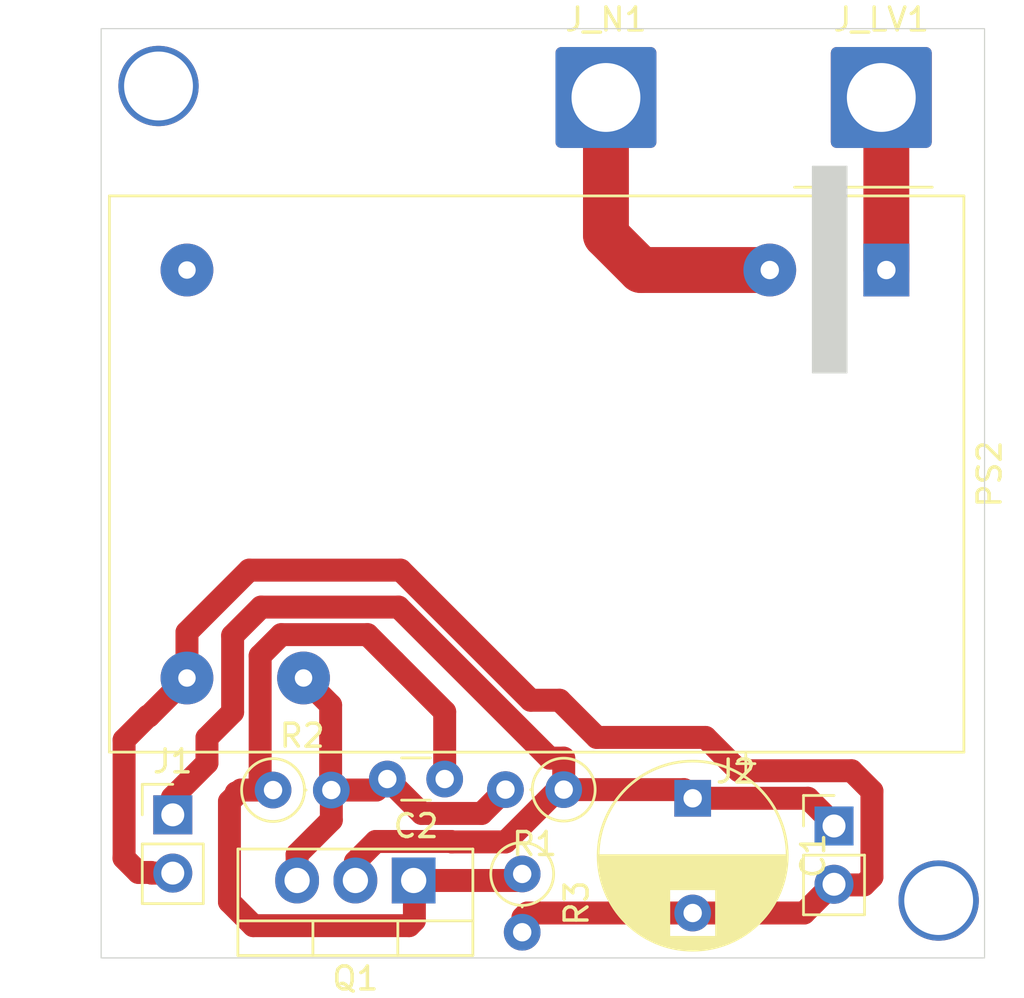
<source format=kicad_pcb>
(kicad_pcb (version 20240108) (generator "pcbnew") (generator_version "8.0")
  (layers (0 "F.Cu" signal) (31 "B.Cu" signal) (34 "B.Paste" user) (35 "F.Paste" user) (36 "B.SilkS" user "B.Silkscreen") (37 "F.SilkS" user "F.Silkscreen") (38 "B.Mask" user) (39 "F.Mask" user) (44 "Edge.Cuts" user))
  (net 0 "")
  (net 1 "Net-(J1-Pin_2)")
  (net 2 "Net-(J1-Pin_1)")
  (net 3 "Net-(J_LV1-Pin_1)")
  (net 4 "Net-(J_N1-Pin_1)")
  (net 6 "Net-(PS2-+Vo)")
  (net 7 "Net-(Q1-G)")
  (footprint "Connector_PinHeader_2.54mm:PinHeader_1x02_P2.54mm_Vertical" (layer "F.Cu") (at 31.94 34.75)
    (property "Reference" "J2" (at -4.28 -2.375 0) (layer "F.SilkS"))
    (property "Value" "Conn_01x02_Socket")
    (fp_line (start -1.33 -1.33) (end 0 -1.33) (stroke (width 0.12)) (layer "F.SilkS"))
    (fp_line (start -1.33 0) (end -1.33 -1.33) (stroke (width 0.12)) (layer "F.SilkS"))
    (fp_line (start -1.33 1.27) (end -1.33 3.87) (stroke (width 0.12)) (layer "F.SilkS"))
    (fp_line (start -1.33 1.27) (end 1.33 1.27) (stroke (width 0.12)) (layer "F.SilkS"))
    (fp_line (start -1.33 3.87) (end 1.33 3.87) (stroke (width 0.12)) (layer "F.SilkS"))
    (fp_line (start 1.33 1.27) (end 1.33 3.87) (stroke (width 0.12)) (layer "F.SilkS"))
    (pad "1" thru_hole rect (at 0 0) (size 1.7 1.7) (drill 1) (layers "*.Cu" "*.Mask" "In1.Cu" "In2.Cu" "In3.Cu" "In4.Cu" "In5.Cu" "In6.Cu" "In7.Cu" "In8.Cu" "In9.Cu" "In10.Cu" "In11.Cu" "In12.Cu" "In13.Cu" "In14.Cu" "In15.Cu" "In16.Cu" "In17.Cu" "In18.Cu" "In19.Cu" "In20.Cu" "In21.Cu" "In22.Cu" "In23.Cu" "In24.Cu" "In25.Cu" "In26.Cu" "In27.Cu" "In28.Cu" "In29.Cu" "In30.Cu") (net 2 "Net-(J1-Pin_1)"))
    (pad "2" thru_hole oval (at 0 2.54) (size 1.7 1.7) (drill 1) (layers "*.Cu" "*.Mask" "In1.Cu" "In2.Cu" "In3.Cu" "In4.Cu" "In5.Cu" "In6.Cu" "In7.Cu" "In8.Cu" "In9.Cu" "In10.Cu" "In11.Cu" "In12.Cu" "In13.Cu" "In14.Cu" "In15.Cu" "In16.Cu" "In17.Cu" "In18.Cu" "In19.Cu" "In20.Cu" "In21.Cu" "In22.Cu" "In23.Cu" "In24.Cu" "In25.Cu" "In26.Cu" "In27.Cu" "In28.Cu" "In29.Cu" "In30.Cu"))
  )
  (footprint "Connector_Wire:SolderWire-2.5sqmm_1x01_D2.4mm_OD4.4mm" (layer "F.Cu") (at 22 3)
    (property "Reference" "J_N1" (at 0 -3.4 0) (layer "F.SilkS"))
    (property "Value" "Conn_01x01_Pin")
    (pad "1" thru_hole roundrect (at 0 0) (size 4.4 4.4) (drill 3) (layers "*.Cu" "*.Mask" "In1.Cu" "In2.Cu" "In3.Cu" "In4.Cu" "In5.Cu" "In6.Cu" "In7.Cu" "In8.Cu" "In9.Cu" "In10.Cu" "In11.Cu" "In12.Cu" "In13.Cu" "In14.Cu" "In15.Cu" "In16.Cu" "In17.Cu" "In18.Cu" "In19.Cu" "In20.Cu" "In21.Cu" "In22.Cu" "In23.Cu" "In24.Cu" "In25.Cu" "In26.Cu" "In27.Cu" "In28.Cu" "In29.Cu" "In30.Cu") (roundrect_rratio 0.056818) (net 4 "Net-(J_N1-Pin_1)"))
  )
  (footprint "Converter_ACDC:Converter_ACDC_MeanWell_IRM-03-xx_THT" (layer "F.Cu") (at 34.22 10.52 -90)
    (property "Reference" "PS2" (at 8.89 -4.5 90) (layer "F.SilkS"))
    (property "Value" "IRM-03-5")
    (fp_line (start -3.23 33.86) (end 21.01 33.86) (stroke (width 0.12)) (layer "F.SilkS"))
    (fp_line (start -3.61 -2) (end -3.61 4) (stroke (width 0.12)) (layer "F.SilkS"))
    (fp_line (start -3.23 -3.38) (end -3.23 33.86) (stroke (width 0.12)) (layer "F.SilkS"))
    (fp_line (start 21.01 -3.38) (end 21.01 33.86) (stroke (width 0.12)) (layer "F.SilkS"))
    (fp_line (start 21.01 -3.38) (end -3.23 -3.38) (stroke (width 0.12)) (layer "F.SilkS"))
    (pad "1" thru_hole rect (at 0 0 270) (size 2.3 2) (drill 0.8) (layers "*.Cu" "*.Mask" "In1.Cu" "In2.Cu" "In3.Cu" "In4.Cu" "In5.Cu" "In6.Cu" "In7.Cu" "In8.Cu" "In9.Cu" "In10.Cu" "In11.Cu" "In12.Cu" "In13.Cu" "In14.Cu" "In15.Cu" "In16.Cu" "In17.Cu" "In18.Cu" "In19.Cu" "In20.Cu" "In21.Cu" "In22.Cu" "In23.Cu" "In24.Cu" "In25.Cu" "In26.Cu" "In27.Cu" "In28.Cu" "In29.Cu" "In30.Cu") (net 3 "Net-(J_LV1-Pin_1)"))
    (pad "3" thru_hole circle (at 0 5.08 270) (size 2.3 2.3) (drill 0.8) (layers "*.Cu" "*.Mask" "In1.Cu" "In2.Cu" "In3.Cu" "In4.Cu" "In5.Cu" "In6.Cu" "In7.Cu" "In8.Cu" "In9.Cu" "In10.Cu" "In11.Cu" "In12.Cu" "In13.Cu" "In14.Cu" "In15.Cu" "In16.Cu" "In17.Cu" "In18.Cu" "In19.Cu" "In20.Cu" "In21.Cu" "In22.Cu" "In23.Cu" "In24.Cu" "In25.Cu" "In26.Cu" "In27.Cu" "In28.Cu" "In29.Cu" "In30.Cu") (net 4 "Net-(J_N1-Pin_1)"))
    (pad "5" thru_hole circle (at 0 30.48 270) (size 2.3 2.3) (drill 0.76) (layers "*.Cu" "*.Mask" "In1.Cu" "In2.Cu" "In3.Cu" "In4.Cu" "In5.Cu" "In6.Cu" "In7.Cu" "In8.Cu" "In9.Cu" "In10.Cu" "In11.Cu" "In12.Cu" "In13.Cu" "In14.Cu" "In15.Cu" "In16.Cu" "In17.Cu" "In18.Cu" "In19.Cu" "In20.Cu" "In21.Cu" "In22.Cu" "In23.Cu" "In24.Cu" "In25.Cu" "In26.Cu" "In27.Cu" "In28.Cu" "In29.Cu" "In30.Cu"))
    (pad "14" thru_hole circle (at 17.78 30.48 270) (size 2.3 2.3) (drill 0.76) (layers "*.Cu" "*.Mask" "In1.Cu" "In2.Cu" "In3.Cu" "In4.Cu" "In5.Cu" "In6.Cu" "In7.Cu" "In8.Cu" "In9.Cu" "In10.Cu" "In11.Cu" "In12.Cu" "In13.Cu" "In14.Cu" "In15.Cu" "In16.Cu" "In17.Cu" "In18.Cu" "In19.Cu" "In20.Cu" "In21.Cu" "In22.Cu" "In23.Cu" "In24.Cu" "In25.Cu" "In26.Cu" "In27.Cu" "In28.Cu" "In29.Cu" "In30.Cu"))
    (pad "16" thru_hole circle (at 17.78 25.4 270) (size 2.3 2.3) (drill 0.76) (layers "*.Cu" "*.Mask" "In1.Cu" "In2.Cu" "In3.Cu" "In4.Cu" "In5.Cu" "In6.Cu" "In7.Cu" "In8.Cu" "In9.Cu" "In10.Cu" "In11.Cu" "In12.Cu" "In13.Cu" "In14.Cu" "In15.Cu" "In16.Cu" "In17.Cu" "In18.Cu" "In19.Cu" "In20.Cu" "In21.Cu" "In22.Cu" "In23.Cu" "In24.Cu" "In25.Cu" "In26.Cu" "In27.Cu" "In28.Cu" "In29.Cu" "In30.Cu") (net 6 "Net-(PS2-+Vo)"))
  )
  (footprint "Resistor_THT:R_Axial_DIN0207_L6.3mm_D2.5mm_P2.54mm_Vertical" (layer "F.Cu") (at 20.16 33.165 180)
    (property "Reference" "R1" (at 1.27 -2.37 360) (layer "F.SilkS"))
    (property "Value" "R1")
    (fp_line (start 1.37 0) (end 1.44 0) (stroke (width 0.12)) (layer "F.SilkS"))
    (fp_circle (center 0 0) (end 1.37 0) (stroke (width 0.12)) (fill none) (layer "F.SilkS"))
    (pad "1" thru_hole circle (at 0 0 180) (size 1.6 1.6) (drill 0.8) (layers "*.Cu" "*.Mask" "In1.Cu" "In2.Cu" "In3.Cu" "In4.Cu" "In5.Cu" "In6.Cu" "In7.Cu" "In8.Cu" "In9.Cu" "In10.Cu" "In11.Cu" "In12.Cu" "In13.Cu" "In14.Cu" "In15.Cu" "In16.Cu" "In17.Cu" "In18.Cu" "In19.Cu" "In20.Cu" "In21.Cu" "In22.Cu" "In23.Cu" "In24.Cu" "In25.Cu" "In26.Cu" "In27.Cu" "In28.Cu" "In29.Cu" "In30.Cu") (net 2 "Net-(J1-Pin_1)"))
    (pad "2" thru_hole oval (at 2.54 0 180) (size 1.6 1.6) (drill 0.8) (layers "*.Cu" "*.Mask" "In1.Cu" "In2.Cu" "In3.Cu" "In4.Cu" "In5.Cu" "In6.Cu" "In7.Cu" "In8.Cu" "In9.Cu" "In10.Cu" "In11.Cu" "In12.Cu" "In13.Cu" "In14.Cu" "In15.Cu" "In16.Cu" "In17.Cu" "In18.Cu" "In19.Cu" "In20.Cu" "In21.Cu" "In22.Cu" "In23.Cu" "In24.Cu" "In25.Cu" "In26.Cu" "In27.Cu" "In28.Cu" "In29.Cu" "In30.Cu") (net 6 "Net-(PS2-+Vo)"))
  )
  (footprint "Resistor_THT:R_Axial_DIN0207_L6.3mm_D2.5mm_P2.54mm_Vertical" (layer "F.Cu") (at 7.491326 33.183675)
    (property "Reference" "R2" (at 1.27 -2.37 0) (layer "F.SilkS"))
    (property "Value" "R150k")
    (fp_line (start 1.37 0) (end 1.44 0) (stroke (width 0.12)) (layer "F.SilkS"))
    (fp_circle (center 0 0) (end 1.37 0) (stroke (width 0.12)) (fill none) (layer "F.SilkS"))
    (pad "1" thru_hole circle (at 0 0) (size 1.6 1.6) (drill 0.8) (layers "*.Cu" "*.Mask" "In1.Cu" "In2.Cu" "In3.Cu" "In4.Cu" "In5.Cu" "In6.Cu" "In7.Cu" "In8.Cu" "In9.Cu" "In10.Cu" "In11.Cu" "In12.Cu" "In13.Cu" "In14.Cu" "In15.Cu" "In16.Cu" "In17.Cu" "In18.Cu" "In19.Cu" "In20.Cu" "In21.Cu" "In22.Cu" "In23.Cu" "In24.Cu" "In25.Cu" "In26.Cu" "In27.Cu" "In28.Cu" "In29.Cu" "In30.Cu") (net 7 "Net-(Q1-G)"))
    (pad "2" thru_hole oval (at 2.54 0) (size 1.6 1.6) (drill 0.8) (layers "*.Cu" "*.Mask" "In1.Cu" "In2.Cu" "In3.Cu" "In4.Cu" "In5.Cu" "In6.Cu" "In7.Cu" "In8.Cu" "In9.Cu" "In10.Cu" "In11.Cu" "In12.Cu" "In13.Cu" "In14.Cu" "In15.Cu" "In16.Cu" "In17.Cu" "In18.Cu" "In19.Cu" "In20.Cu" "In21.Cu" "In22.Cu" "In23.Cu" "In24.Cu" "In25.Cu" "In26.Cu" "In27.Cu" "In28.Cu" "In29.Cu" "In30.Cu") (net 6 "Net-(PS2-+Vo)"))
  )
  (footprint "Connector_PinHeader_2.54mm:PinHeader_1x02_P2.54mm_Vertical" (layer "F.Cu") (at 3.121326 34.263675)
    (property "Reference" "J1" (at 0 -2.33 360) (layer "F.SilkS"))
    (property "Value" "Conn_01x02_Socket")
    (fp_line (start -1.33 -1.33) (end 0 -1.33) (stroke (width 0.12)) (layer "F.SilkS"))
    (fp_line (start -1.33 0) (end -1.33 -1.33) (stroke (width 0.12)) (layer "F.SilkS"))
    (fp_line (start -1.33 1.27) (end -1.33 3.87) (stroke (width 0.12)) (layer "F.SilkS"))
    (fp_line (start -1.33 1.27) (end 1.33 1.27) (stroke (width 0.12)) (layer "F.SilkS"))
    (fp_line (start -1.33 3.87) (end 1.33 3.87) (stroke (width 0.12)) (layer "F.SilkS"))
    (fp_line (start 1.33 1.27) (end 1.33 3.87) (stroke (width 0.12)) (layer "F.SilkS"))
    (pad "1" thru_hole rect (at 0 0) (size 1.7 1.7) (drill 1) (layers "*.Cu" "*.Mask" "In1.Cu" "In2.Cu" "In3.Cu" "In4.Cu" "In5.Cu" "In6.Cu" "In7.Cu" "In8.Cu" "In9.Cu" "In10.Cu" "In11.Cu" "In12.Cu" "In13.Cu" "In14.Cu" "In15.Cu" "In16.Cu" "In17.Cu" "In18.Cu" "In19.Cu" "In20.Cu" "In21.Cu" "In22.Cu" "In23.Cu" "In24.Cu" "In25.Cu" "In26.Cu" "In27.Cu" "In28.Cu" "In29.Cu" "In30.Cu") (net 2 "Net-(J1-Pin_1)"))
    (pad "2" thru_hole oval (at 0 2.54) (size 1.7 1.7) (drill 1) (layers "*.Cu" "*.Mask" "In1.Cu" "In2.Cu" "In3.Cu" "In4.Cu" "In5.Cu" "In6.Cu" "In7.Cu" "In8.Cu" "In9.Cu" "In10.Cu" "In11.Cu" "In12.Cu" "In13.Cu" "In14.Cu" "In15.Cu" "In16.Cu" "In17.Cu" "In18.Cu" "In19.Cu" "In20.Cu" "In21.Cu" "In22.Cu" "In23.Cu" "In24.Cu" "In25.Cu" "In26.Cu" "In27.Cu" "In28.Cu" "In29.Cu" "In30.Cu"))
  )
  (footprint "Capacitor_THT:C_Disc_D3.0mm_W1.6mm_P2.50mm" (layer "F.Cu") (at 14.971326 32.703675 180)
    (property "Reference" "C2" (at 1.25 -2.05 0) (layer "F.SilkS"))
    (property "Value" "C1u")
    (fp_line (start 0.621 0.92) (end 1.879 0.92) (stroke (width 0.12)) (layer "F.SilkS"))
    (fp_line (start 0.621 -0.92) (end 1.879 -0.92) (stroke (width 0.12)) (layer "F.SilkS"))
    (pad "1" thru_hole circle (at 0 0 180) (size 1.6 1.6) (drill 0.8) (layers "*.Cu" "*.Mask" "In1.Cu" "In2.Cu" "In3.Cu" "In4.Cu" "In5.Cu" "In6.Cu" "In7.Cu" "In8.Cu" "In9.Cu" "In10.Cu" "In11.Cu" "In12.Cu" "In13.Cu" "In14.Cu" "In15.Cu" "In16.Cu" "In17.Cu" "In18.Cu" "In19.Cu" "In20.Cu" "In21.Cu" "In22.Cu" "In23.Cu" "In24.Cu" "In25.Cu" "In26.Cu" "In27.Cu" "In28.Cu" "In29.Cu" "In30.Cu") (net 7 "Net-(Q1-G)"))
    (pad "2" thru_hole circle (at 2.5 0 180) (size 1.6 1.6) (drill 0.8) (layers "*.Cu" "*.Mask" "In1.Cu" "In2.Cu" "In3.Cu" "In4.Cu" "In5.Cu" "In6.Cu" "In7.Cu" "In8.Cu" "In9.Cu" "In10.Cu" "In11.Cu" "In12.Cu" "In13.Cu" "In14.Cu" "In15.Cu" "In16.Cu" "In17.Cu" "In18.Cu" "In19.Cu" "In20.Cu" "In21.Cu" "In22.Cu" "In23.Cu" "In24.Cu" "In25.Cu" "In26.Cu" "In27.Cu" "In28.Cu" "In29.Cu" "In30.Cu") (net 6 "Net-(PS2-+Vo)"))
  )
  (footprint "Package_TO_SOT_THT:TO-220-3_Vertical" (layer "F.Cu") (at 13.62 37.125 180)
    (property "Reference" "Q1" (at 2.54 -4.27 360) (layer "F.SilkS"))
    (property "Value" "IRF9540N")
    (fp_line (start 7.66 -3.27) (end 7.66 1.371) (stroke (width 0.12)) (layer "F.SilkS"))
    (fp_line (start 4.391 -3.27) (end 4.391 -1.76) (stroke (width 0.12)) (layer "F.SilkS"))
    (fp_line (start 0.69 -3.27) (end 0.69 -1.76) (stroke (width 0.12)) (layer "F.SilkS"))
    (fp_line (start -2.58 1.371) (end 7.66 1.371) (stroke (width 0.12)) (layer "F.SilkS"))
    (fp_line (start -2.58 -1.76) (end 7.66 -1.76) (stroke (width 0.12)) (layer "F.SilkS"))
    (fp_line (start -2.58 -3.27) (end 7.66 -3.27) (stroke (width 0.12)) (layer "F.SilkS"))
    (fp_line (start -2.58 -3.27) (end -2.58 1.371) (stroke (width 0.12)) (layer "F.SilkS"))
    (pad "1" thru_hole rect (at 0 0 180) (size 1.905 2) (drill 1.1) (layers "*.Cu" "*.Mask" "In1.Cu" "In2.Cu" "In3.Cu" "In4.Cu" "In5.Cu" "In6.Cu" "In7.Cu" "In8.Cu" "In9.Cu" "In10.Cu" "In11.Cu" "In12.Cu" "In13.Cu" "In14.Cu" "In15.Cu" "In16.Cu" "In17.Cu" "In18.Cu" "In19.Cu" "In20.Cu" "In21.Cu" "In22.Cu" "In23.Cu" "In24.Cu" "In25.Cu" "In26.Cu" "In27.Cu" "In28.Cu" "In29.Cu" "In30.Cu") (net 7 "Net-(Q1-G)"))
    (pad "2" thru_hole oval (at 2.54 0 180) (size 1.905 2) (drill 1.1) (layers "*.Cu" "*.Mask" "In1.Cu" "In2.Cu" "In3.Cu" "In4.Cu" "In5.Cu" "In6.Cu" "In7.Cu" "In8.Cu" "In9.Cu" "In10.Cu" "In11.Cu" "In12.Cu" "In13.Cu" "In14.Cu" "In15.Cu" "In16.Cu" "In17.Cu" "In18.Cu" "In19.Cu" "In20.Cu" "In21.Cu" "In22.Cu" "In23.Cu" "In24.Cu" "In25.Cu" "In26.Cu" "In27.Cu" "In28.Cu" "In29.Cu" "In30.Cu") (net 2 "Net-(J1-Pin_1)"))
    (pad "3" thru_hole oval (at 5.08 0 180) (size 1.905 2) (drill 1.1) (layers "*.Cu" "*.Mask" "In1.Cu" "In2.Cu" "In3.Cu" "In4.Cu" "In5.Cu" "In6.Cu" "In7.Cu" "In8.Cu" "In9.Cu" "In10.Cu" "In11.Cu" "In12.Cu" "In13.Cu" "In14.Cu" "In15.Cu" "In16.Cu" "In17.Cu" "In18.Cu" "In19.Cu" "In20.Cu" "In21.Cu" "In22.Cu" "In23.Cu" "In24.Cu" "In25.Cu" "In26.Cu" "In27.Cu" "In28.Cu" "In29.Cu" "In30.Cu") (net 6 "Net-(PS2-+Vo)"))
  )
  (footprint "Connector_Wire:SolderWire-2.5sqmm_1x01_D2.4mm_OD4.4mm" (layer "F.Cu") (at 34 3)
    (property "Reference" "J_LV1" (at 0 -3.4 0) (layer "F.SilkS"))
    (property "Value" "Conn_01x01_Pin")
    (pad "1" thru_hole roundrect (at 0 0) (size 4.4 4.4) (drill 3) (layers "*.Cu" "*.Mask" "In1.Cu" "In2.Cu" "In3.Cu" "In4.Cu" "In5.Cu" "In6.Cu" "In7.Cu" "In8.Cu" "In9.Cu" "In10.Cu" "In11.Cu" "In12.Cu" "In13.Cu" "In14.Cu" "In15.Cu" "In16.Cu" "In17.Cu" "In18.Cu" "In19.Cu" "In20.Cu" "In21.Cu" "In22.Cu" "In23.Cu" "In24.Cu" "In25.Cu" "In26.Cu" "In27.Cu" "In28.Cu" "In29.Cu" "In30.Cu") (roundrect_rratio 0.056818) (net 3 "Net-(J_LV1-Pin_1)"))
  )
  (footprint "Resistor_THT:R_Axial_DIN0207_L6.3mm_D2.5mm_P2.54mm_Vertical" (layer "F.Cu") (at 18.35 36.84 -90)
    (property "Reference" "R3" (at 1.27 -2.37 90) (layer "F.SilkS"))
    (property "Value" "R8.6k")
    (fp_line (start 1.37 0) (end 1.44 0) (stroke (width 0.12)) (layer "F.SilkS"))
    (fp_circle (center 0 0) (end 1.37 0) (stroke (width 0.12)) (fill none) (layer "F.SilkS"))
    (pad "1" thru_hole circle (at 0 0 270) (size 1.6 1.6) (drill 0.8) (layers "*.Cu" "*.Mask" "In1.Cu" "In2.Cu" "In3.Cu" "In4.Cu" "In5.Cu" "In6.Cu" "In7.Cu" "In8.Cu" "In9.Cu" "In10.Cu" "In11.Cu" "In12.Cu" "In13.Cu" "In14.Cu" "In15.Cu" "In16.Cu" "In17.Cu" "In18.Cu" "In19.Cu" "In20.Cu" "In21.Cu" "In22.Cu" "In23.Cu" "In24.Cu" "In25.Cu" "In26.Cu" "In27.Cu" "In28.Cu" "In29.Cu" "In30.Cu") (net 7 "Net-(Q1-G)"))
    (pad "2" thru_hole oval (at 2.54 0 270) (size 1.6 1.6) (drill 0.8) (layers "*.Cu" "*.Mask" "In1.Cu" "In2.Cu" "In3.Cu" "In4.Cu" "In5.Cu" "In6.Cu" "In7.Cu" "In8.Cu" "In9.Cu" "In10.Cu" "In11.Cu" "In12.Cu" "In13.Cu" "In14.Cu" "In15.Cu" "In16.Cu" "In17.Cu" "In18.Cu" "In19.Cu" "In20.Cu" "In21.Cu" "In22.Cu" "In23.Cu" "In24.Cu" "In25.Cu" "In26.Cu" "In27.Cu" "In28.Cu" "In29.Cu" "In30.Cu"))
  )
  (footprint "Capacitor_THT:CP_Radial_D8.0mm_P5.00mm" (layer "F.Cu") (at 25.78 33.542349 -90)
    (property "Reference" "C1" (at 2.5 -5.25 90) (layer "F.SilkS"))
    (property "Value" "C_Polarized")
    (fp_line (start 3.981 1.04) (end 3.981 3.805) (stroke (width 0.12)) (layer "F.SilkS"))
    (fp_line (start 4.021 1.04) (end 4.021 3.79) (stroke (width 0.12)) (layer "F.SilkS"))
    (fp_line (start 4.061 1.04) (end 4.061 3.774) (stroke (width 0.12)) (layer "F.SilkS"))
    (fp_line (start 4.101 1.04) (end 4.101 3.757) (stroke (width 0.12)) (layer "F.SilkS"))
    (fp_line (start 4.141 1.04) (end 4.141 3.74) (stroke (width 0.12)) (layer "F.SilkS"))
    (fp_line (start 4.181 1.04) (end 4.181 3.722) (stroke (width 0.12)) (layer "F.SilkS"))
    (fp_line (start 4.221 1.04) (end 4.221 3.704) (stroke (width 0.12)) (layer "F.SilkS"))
    (fp_line (start 4.261 1.04) (end 4.261 3.686) (stroke (width 0.12)) (layer "F.SilkS"))
    (fp_line (start 4.301 1.04) (end 4.301 3.666) (stroke (width 0.12)) (layer "F.SilkS"))
    (fp_line (start 4.341 1.04) (end 4.341 3.647) (stroke (width 0.12)) (layer "F.SilkS"))
    (fp_line (start 4.381 1.04) (end 4.381 3.627) (stroke (width 0.12)) (layer "F.SilkS"))
    (fp_line (start 4.421 1.04) (end 4.421 3.606) (stroke (width 0.12)) (layer "F.SilkS"))
    (fp_line (start 4.461 1.04) (end 4.461 3.584) (stroke (width 0.12)) (layer "F.SilkS"))
    (fp_line (start 4.501 1.04) (end 4.501 3.562) (stroke (width 0.12)) (layer "F.SilkS"))
    (fp_line (start 4.541 1.04) (end 4.541 3.54) (stroke (width 0.12)) (layer "F.SilkS"))
    (fp_line (start 4.581 1.04) (end 4.581 3.517) (stroke (width 0.12)) (layer "F.SilkS"))
    (fp_line (start 4.621 1.04) (end 4.621 3.493) (stroke (width 0.12)) (layer "F.SilkS"))
    (fp_line (start 4.661 1.04) (end 4.661 3.469) (stroke (width 0.12)) (layer "F.SilkS"))
    (fp_line (start 4.701 1.04) (end 4.701 3.444) (stroke (width 0.12)) (layer "F.SilkS"))
    (fp_line (start 4.741 1.04) (end 4.741 3.418) (stroke (width 0.12)) (layer "F.SilkS"))
    (fp_line (start 4.781 1.04) (end 4.781 3.392) (stroke (width 0.12)) (layer "F.SilkS"))
    (fp_line (start 4.821 1.04) (end 4.821 3.365) (stroke (width 0.12)) (layer "F.SilkS"))
    (fp_line (start 4.861 1.04) (end 4.861 3.338) (stroke (width 0.12)) (layer "F.SilkS"))
    (fp_line (start 4.901 1.04) (end 4.901 3.309) (stroke (width 0.12)) (layer "F.SilkS"))
    (fp_line (start 4.941 1.04) (end 4.941 3.28) (stroke (width 0.12)) (layer "F.SilkS"))
    (fp_line (start 4.981 1.04) (end 4.981 3.25) (stroke (width 0.12)) (layer "F.SilkS"))
    (fp_line (start 5.021 1.04) (end 5.021 3.22) (stroke (width 0.12)) (layer "F.SilkS"))
    (fp_line (start 5.061 1.04) (end 5.061 3.189) (stroke (width 0.12)) (layer "F.SilkS"))
    (fp_line (start 5.101 1.04) (end 5.101 3.156) (stroke (width 0.12)) (layer "F.SilkS"))
    (fp_line (start 5.141 1.04) (end 5.141 3.124) (stroke (width 0.12)) (layer "F.SilkS"))
    (fp_line (start 5.181 1.04) (end 5.181 3.09) (stroke (width 0.12)) (layer "F.SilkS"))
    (fp_line (start 5.221 1.04) (end 5.221 3.055) (stroke (width 0.12)) (layer "F.SilkS"))
    (fp_line (start 5.261 1.04) (end 5.261 3.019) (stroke (width 0.12)) (layer "F.SilkS"))
    (fp_line (start 5.301 1.04) (end 5.301 2.983) (stroke (width 0.12)) (layer "F.SilkS"))
    (fp_line (start 5.341 1.04) (end 5.341 2.945) (stroke (width 0.12)) (layer "F.SilkS"))
    (fp_line (start 5.381 1.04) (end 5.381 2.907) (stroke (width 0.12)) (layer "F.SilkS"))
    (fp_line (start 5.421 1.04) (end 5.421 2.867) (stroke (width 0.12)) (layer "F.SilkS"))
    (fp_line (start 5.461 1.04) (end 5.461 2.826) (stroke (width 0.12)) (layer "F.SilkS"))
    (fp_line (start 5.501 1.04) (end 5.501 2.784) (stroke (width 0.12)) (layer "F.SilkS"))
    (fp_line (start 5.541 1.04) (end 5.541 2.741) (stroke (width 0.12)) (layer "F.SilkS"))
    (fp_line (start 5.581 1.04) (end 5.581 2.697) (stroke (width 0.12)) (layer "F.SilkS"))
    (fp_line (start 5.621 1.04) (end 5.621 2.651) (stroke (width 0.12)) (layer "F.SilkS"))
    (fp_line (start 5.661 1.04) (end 5.661 2.604) (stroke (width 0.12)) (layer "F.SilkS"))
    (fp_line (start 5.701 1.04) (end 5.701 2.556) (stroke (width 0.12)) (layer "F.SilkS"))
    (fp_line (start 5.741 1.04) (end 5.741 2.505) (stroke (width 0.12)) (layer "F.SilkS"))
    (fp_line (start 5.781 1.04) (end 5.781 2.454) (stroke (width 0.12)) (layer "F.SilkS"))
    (fp_line (start 5.821 1.04) (end 5.821 2.4) (stroke (width 0.12)) (layer "F.SilkS"))
    (fp_line (start 5.861 1.04) (end 5.861 2.345) (stroke (width 0.12)) (layer "F.SilkS"))
    (fp_line (start 5.901 1.04) (end 5.901 2.287) (stroke (width 0.12)) (layer "F.SilkS"))
    (fp_line (start 5.941 1.04) (end 5.941 2.228) (stroke (width 0.12)) (layer "F.SilkS"))
    (fp_line (start 5.981 1.04) (end 5.981 2.166) (stroke (width 0.12)) (layer "F.SilkS"))
    (fp_line (start 6.021 1.04) (end 6.021 2.102) (stroke (width 0.12)) (layer "F.SilkS"))
    (fp_line (start 6.581 -0.533) (end 6.581 0.533) (stroke (width 0.12)) (layer "F.SilkS"))
    (fp_line (start 6.541 -0.768) (end 6.541 0.768) (stroke (width 0.12)) (layer "F.SilkS"))
    (fp_line (start 6.501 -0.948) (end 6.501 0.948) (stroke (width 0.12)) (layer "F.SilkS"))
    (fp_line (start 6.461 -1.098) (end 6.461 1.098) (stroke (width 0.12)) (layer "F.SilkS"))
    (fp_line (start 6.421 -1.229) (end 6.421 1.229) (stroke (width 0.12)) (layer "F.SilkS"))
    (fp_line (start 6.381 -1.346) (end 6.381 1.346) (stroke (width 0.12)) (layer "F.SilkS"))
    (fp_line (start 6.341 -1.453) (end 6.341 1.453) (stroke (width 0.12)) (layer "F.SilkS"))
    (fp_line (start 6.301 -1.552) (end 6.301 1.552) (stroke (width 0.12)) (layer "F.SilkS"))
    (fp_line (start 6.261 -1.645) (end 6.261 1.645) (stroke (width 0.12)) (layer "F.SilkS"))
    (fp_line (start 6.221 -1.731) (end 6.221 1.731) (stroke (width 0.12)) (layer "F.SilkS"))
    (fp_line (start 6.181 -1.813) (end 6.181 1.813) (stroke (width 0.12)) (layer "F.SilkS"))
    (fp_line (start 6.141 -1.89) (end 6.141 1.89) (stroke (width 0.12)) (layer "F.SilkS"))
    (fp_line (start 6.101 -1.964) (end 6.101 1.964) (stroke (width 0.12)) (layer "F.SilkS"))
    (fp_line (start 6.061 -2.034) (end 6.061 2.034) (stroke (width 0.12)) (layer "F.SilkS"))
    (fp_line (start 6.021 -2.102) (end 6.021 -1.04) (stroke (width 0.12)) (layer "F.SilkS"))
    (fp_line (start 5.981 -2.166) (end 5.981 -1.04) (stroke (width 0.12)) (layer "F.SilkS"))
    (fp_line (start 5.941 -2.228) (end 5.941 -1.04) (stroke (width 0.12)) (layer "F.SilkS"))
    (fp_line (start 5.901 -2.287) (end 5.901 -1.04) (stroke (width 0.12)) (layer "F.SilkS"))
    (fp_line (start -1.909698 -2.315) (end -1.109698 -2.315) (stroke (width 0.12)) (layer "F.SilkS"))
    (fp_line (start 5.861 -2.345) (end 5.861 -1.04) (stroke (width 0.12)) (layer "F.SilkS"))
    (fp_line (start 5.821 -2.4) (end 5.821 -1.04) (stroke (width 0.12)) (layer "F.SilkS"))
    (fp_line (start 5.781 -2.454) (end 5.781 -1.04) (stroke (width 0.12)) (layer "F.SilkS"))
    (fp_line (start 5.741 -2.505) (end 5.741 -1.04) (stroke (width 0.12)) (layer "F.SilkS"))
    (fp_line (start 5.701 -2.556) (end 5.701 -1.04) (stroke (width 0.12)) (layer "F.SilkS"))
    (fp_line (start 5.661 -2.604) (end 5.661 -1.04) (stroke (width 0.12)) (layer "F.SilkS"))
    (fp_line (start 5.621 -2.651) (end 5.621 -1.04) (stroke (width 0.12)) (layer "F.SilkS"))
    (fp_line (start 5.581 -2.697) (end 5.581 -1.04) (stroke (width 0.12)) (layer "F.SilkS"))
    (fp_line (start -1.509698 -2.715) (end -1.509698 -1.915) (stroke (width 0.12)) (layer "F.SilkS"))
    (fp_line (start 5.541 -2.741) (end 5.541 -1.04) (stroke (width 0.12)) (layer "F.SilkS"))
    (fp_line (start 5.501 -2.784) (end 5.501 -1.04) (stroke (width 0.12)) (layer "F.SilkS"))
    (fp_line (start 5.461 -2.826) (end 5.461 -1.04) (stroke (width 0.12)) (layer "F.SilkS"))
    (fp_line (start 5.421 -2.867) (end 5.421 -1.04) (stroke (width 0.12)) (layer "F.SilkS"))
    (fp_line (start 5.381 -2.907) (end 5.381 -1.04) (stroke (width 0.12)) (layer "F.SilkS"))
    (fp_line (start 5.341 -2.945) (end 5.341 -1.04) (stroke (width 0.12)) (layer "F.SilkS"))
    (fp_line (start 5.301 -2.983) (end 5.301 -1.04) (stroke (width 0.12)) (layer "F.SilkS"))
    (fp_line (start 5.261 -3.019) (end 5.261 -1.04) (stroke (width 0.12)) (layer "F.SilkS"))
    (fp_line (start 5.221 -3.055) (end 5.221 -1.04) (stroke (width 0.12)) (layer "F.SilkS"))
    (fp_line (start 5.181 -3.09) (end 5.181 -1.04) (stroke (width 0.12)) (layer "F.SilkS"))
    (fp_line (start 5.141 -3.124) (end 5.141 -1.04) (stroke (width 0.12)) (layer "F.SilkS"))
    (fp_line (start 5.101 -3.156) (end 5.101 -1.04) (stroke (width 0.12)) (layer "F.SilkS"))
    (fp_line (start 5.061 -3.189) (end 5.061 -1.04) (stroke (width 0.12)) (layer "F.SilkS"))
    (fp_line (start 5.021 -3.22) (end 5.021 -1.04) (stroke (width 0.12)) (layer "F.SilkS"))
    (fp_line (start 4.981 -3.25) (end 4.981 -1.04) (stroke (width 0.12)) (layer "F.SilkS"))
    (fp_line (start 4.941 -3.28) (end 4.941 -1.04) (stroke (width 0.12)) (layer "F.SilkS"))
    (fp_line (start 4.901 -3.309) (end 4.901 -1.04) (stroke (width 0.12)) (layer "F.SilkS"))
    (fp_line (start 4.861 -3.338) (end 4.861 -1.04) (stroke (width 0.12)) (layer "F.SilkS"))
    (fp_line (start 4.821 -3.365) (end 4.821 -1.04) (stroke (width 0.12)) (layer "F.SilkS"))
    (fp_line (start 4.781 -3.392) (end 4.781 -1.04) (stroke (width 0.12)) (layer "F.SilkS"))
    (fp_line (start 4.741 -3.418) (end 4.741 -1.04) (stroke (width 0.12)) (layer "F.SilkS"))
    (fp_line (start 4.701 -3.444) (end 4.701 -1.04) (stroke (width 0.12)) (layer "F.SilkS"))
    (fp_line (start 4.661 -3.469) (end 4.661 -1.04) (stroke (width 0.12)) (layer "F.SilkS"))
    (fp_line (start 4.621 -3.493) (end 4.621 -1.04) (stroke (width 0.12)) (layer "F.SilkS"))
    (fp_line (start 4.581 -3.517) (end 4.581 -1.04) (stroke (width 0.12)) (layer "F.SilkS"))
    (fp_line (start 4.541 -3.54) (end 4.541 -1.04) (stroke (width 0.12)) (layer "F.SilkS"))
    (fp_line (start 4.501 -3.562) (end 4.501 -1.04) (stroke (width 0.12)) (layer "F.SilkS"))
    (fp_line (start 4.461 -3.584) (end 4.461 -1.04) (stroke (width 0.12)) (layer "F.SilkS"))
    (fp_line (start 4.421 -3.606) (end 4.421 -1.04) (stroke (width 0.12)) (layer "F.SilkS"))
    (fp_line (start 4.381 -3.627) (end 4.381 -1.04) (stroke (width 0.12)) (layer "F.SilkS"))
    (fp_line (start 4.341 -3.647) (end 4.341 -1.04) (stroke (width 0.12)) (layer "F.SilkS"))
    (fp_line (start 4.301 -3.666) (end 4.301 -1.04) (stroke (width 0.12)) (layer "F.SilkS"))
    (fp_line (start 4.261 -3.686) (end 4.261 -1.04) (stroke (width 0.12)) (layer "F.SilkS"))
    (fp_line (start 4.221 -3.704) (end 4.221 -1.04) (stroke (width 0.12)) (layer "F.SilkS"))
    (fp_line (start 4.181 -3.722) (end 4.181 -1.04) (stroke (width 0.12)) (layer "F.SilkS"))
    (fp_line (start 4.141 -3.74) (end 4.141 -1.04) (stroke (width 0.12)) (layer "F.SilkS"))
    (fp_line (start 4.101 -3.757) (end 4.101 -1.04) (stroke (width 0.12)) (layer "F.SilkS"))
    (fp_line (start 4.061 -3.774) (end 4.061 -1.04) (stroke (width 0.12)) (layer "F.SilkS"))
    (fp_line (start 4.021 -3.79) (end 4.021 -1.04) (stroke (width 0.12)) (layer "F.SilkS"))
    (fp_line (start 3.981 -3.805) (end 3.981 -1.04) (stroke (width 0.12)) (layer "F.SilkS"))
    (fp_line (start 3.941 -3.821) (end 3.941 3.821) (stroke (width 0.12)) (layer "F.SilkS"))
    (fp_line (start 3.901 -3.835) (end 3.901 3.835) (stroke (width 0.12)) (layer "F.SilkS"))
    (fp_line (start 3.861 -3.85) (end 3.861 3.85) (stroke (width 0.12)) (layer "F.SilkS"))
    (fp_line (start 3.821 -3.863) (end 3.821 3.863) (stroke (width 0.12)) (layer "F.SilkS"))
    (fp_line (start 3.781 -3.877) (end 3.781 3.877) (stroke (width 0.12)) (layer "F.SilkS"))
    (fp_line (start 3.741 -3.889) (end 3.741 3.889) (stroke (width 0.12)) (layer "F.SilkS"))
    (fp_line (start 3.701 -3.902) (end 3.701 3.902) (stroke (width 0.12)) (layer "F.SilkS"))
    (fp_line (start 3.661 -3.914) (end 3.661 3.914) (stroke (width 0.12)) (layer "F.SilkS"))
    (fp_line (start 3.621 -3.925) (end 3.621 3.925) (stroke (width 0.12)) (layer "F.SilkS"))
    (fp_line (start 3.581 -3.936) (end 3.581 3.936) (stroke (width 0.12)) (layer "F.SilkS"))
    (fp_line (start 3.541 -3.947) (end 3.541 3.947) (stroke (width 0.12)) (layer "F.SilkS"))
    (fp_line (start 3.501 -3.957) (end 3.501 3.957) (stroke (width 0.12)) (layer "F.SilkS"))
    (fp_line (start 3.461 -3.967) (end 3.461 3.967) (stroke (width 0.12)) (layer "F.SilkS"))
    (fp_line (start 3.421 -3.976) (end 3.421 3.976) (stroke (width 0.12)) (layer "F.SilkS"))
    (fp_line (start 3.381 -3.985) (end 3.381 3.985) (stroke (width 0.12)) (layer "F.SilkS"))
    (fp_line (start 3.341 -3.994) (end 3.341 3.994) (stroke (width 0.12)) (layer "F.SilkS"))
    (fp_line (start 3.301 -4.002) (end 3.301 4.002) (stroke (width 0.12)) (layer "F.SilkS"))
    (fp_line (start 3.261 -4.01) (end 3.261 4.01) (stroke (width 0.12)) (layer "F.SilkS"))
    (fp_line (start 3.221 -4.017) (end 3.221 4.017) (stroke (width 0.12)) (layer "F.SilkS"))
    (fp_line (start 3.18 -4.024) (end 3.18 4.024) (stroke (width 0.12)) (layer "F.SilkS"))
    (fp_line (start 3.14 -4.03) (end 3.14 4.03) (stroke (width 0.12)) (layer "F.SilkS"))
    (fp_line (start 3.1 -4.037) (end 3.1 4.037) (stroke (width 0.12)) (layer "F.SilkS"))
    (fp_line (start 3.06 -4.042) (end 3.06 4.042) (stroke (width 0.12)) (layer "F.SilkS"))
    (fp_line (start 3.02 -4.048) (end 3.02 4.048) (stroke (width 0.12)) (layer "F.SilkS"))
    (fp_line (start 2.98 -4.052) (end 2.98 4.052) (stroke (width 0.12)) (layer "F.SilkS"))
    (fp_line (start 2.94 -4.057) (end 2.94 4.057) (stroke (width 0.12)) (layer "F.SilkS"))
    (fp_line (start 2.9 -4.061) (end 2.9 4.061) (stroke (width 0.12)) (layer "F.SilkS"))
    (fp_line (start 2.86 -4.065) (end 2.86 4.065) (stroke (width 0.12)) (layer "F.SilkS"))
    (fp_line (start 2.82 -4.068) (end 2.82 4.068) (stroke (width 0.12)) (layer "F.SilkS"))
    (fp_line (start 2.78 -4.071) (end 2.78 4.071) (stroke (width 0.12)) (layer "F.SilkS"))
    (fp_line (start 2.74 -4.074) (end 2.74 4.074) (stroke (width 0.12)) (layer "F.SilkS"))
    (fp_line (start 2.7 -4.076) (end 2.7 4.076) (stroke (width 0.12)) (layer "F.SilkS"))
    (fp_line (start 2.66 -4.077) (end 2.66 4.077) (stroke (width 0.12)) (layer "F.SilkS"))
    (fp_line (start 2.62 -4.079) (end 2.62 4.079) (stroke (width 0.12)) (layer "F.SilkS"))
    (fp_line (start 2.5 -4.08) (end 2.5 4.08) (stroke (width 0.12)) (layer "F.SilkS"))
    (fp_line (start 2.54 -4.08) (end 2.54 4.08) (stroke (width 0.12)) (layer "F.SilkS"))
    (fp_line (start 2.58 -4.08) (end 2.58 4.08) (stroke (width 0.12)) (layer "F.SilkS"))
    (fp_circle (center 2.5 0) (end 6.62 0) (stroke (width 0.12)) (fill none) (layer "F.SilkS"))
    (pad "1" thru_hole rect (at 0 0 270) (size 1.6 1.6) (drill 0.8) (layers "*.Cu" "*.Mask" "In1.Cu" "In2.Cu" "In3.Cu" "In4.Cu" "In5.Cu" "In6.Cu" "In7.Cu" "In8.Cu" "In9.Cu" "In10.Cu" "In11.Cu" "In12.Cu" "In13.Cu" "In14.Cu" "In15.Cu" "In16.Cu" "In17.Cu" "In18.Cu" "In19.Cu" "In20.Cu" "In21.Cu" "In22.Cu" "In23.Cu" "In24.Cu" "In25.Cu" "In26.Cu" "In27.Cu" "In28.Cu" "In29.Cu" "In30.Cu") (net 2 "Net-(J1-Pin_1)"))
    (pad "2" thru_hole circle (at 5 0 270) (size 1.6 1.6) (drill 0.8) (layers "*.Cu" "*.Mask" "In1.Cu" "In2.Cu" "In3.Cu" "In4.Cu" "In5.Cu" "In6.Cu" "In7.Cu" "In8.Cu" "In9.Cu" "In10.Cu" "In11.Cu" "In12.Cu" "In13.Cu" "In14.Cu" "In15.Cu" "In16.Cu" "In17.Cu" "In18.Cu" "In19.Cu" "In20.Cu" "In21.Cu" "In22.Cu" "In23.Cu" "In24.Cu" "In25.Cu" "In26.Cu" "In27.Cu" "In28.Cu" "In29.Cu" "In30.Cu"))
  )
  (gr_rect (start 31 6) (end 32.5 15) (stroke (width 0.05)) (fill solid) (layer "Edge.Cuts"))
  (gr_rect (start 0 0) (end 38.5 40.5) (stroke (width 0.05)) (fill none) (layer "Edge.Cuts"))
  (via (at 2.5 2.5) (size 3.5) (drill 3) (layers "F.Cu" "B.Cu") (net 0))
  (via (at 36.5 38) (size 3.5) (drill 3) (layers "F.Cu" "B.Cu") (net 0))
  (segment (start 13.05 23.6) (end 6.45 23.6) (width 1) (layer "F.Cu") (net 1))
  (segment (start 2.201326 36.803675) (end 3.121326 36.803675) (width 1) (layer "F.Cu") (net 1))
  (segment (start 2.08 29.96) (end 2.04 29.96) (width 1) (layer "F.Cu") (net 1))
  (segment (start 25.78 38.542349) (end 30.632651 38.542349) (width 1) (layer "F.Cu") (net 1))
  (segment (start 2.04 29.96) (end 1 31) (width 1) (layer "F.Cu") (net 1))
  (segment (start 32.041326 37.318675) (end 33.243407 37.318675) (width 1) (layer "F.Cu") (net 1))
  (segment (start 19.98 29.27) (end 18.72 29.27) (width 1) (layer "F.Cu") (net 1))
  (segment (start 2.171326 36.773675) (end 2.201326 36.803675) (width 1) (layer "F.Cu") (net 1))
  (segment (start 6.45 23.6) (end 3.74 26.31) (width 1) (layer "F.Cu") (net 1))
  (segment (start 3.74 28.3) (end 2.08 29.96) (width 1) (layer "F.Cu") (net 1))
  (segment (start 1 31) (end 1 36.143675) (width 1) (layer "F.Cu") (net 1))
  (segment (start 26.34 30.89) (end 21.6 30.89) (width 1) (layer "F.Cu") (net 1))
  (segment (start 1.621326 36.773675) (end 2.171326 36.773675) (width 1) (layer "F.Cu") (net 1))
  (segment (start 3.74 26.31) (end 3.74 28.3) (width 1) (layer "F.Cu") (net 1))
  (segment (start 27.792349 32.342349) (end 26.34 30.89) (width 1) (layer "F.Cu") (net 1))
  (segment (start 33.243407 37.318675) (end 33.591326 36.970756) (width 1) (layer "F.Cu") (net 1))
  (segment (start 0.991326 36.143675) (end 1.621326 36.773675) (width 1) (layer "F.Cu") (net 1))
  (segment (start 18.72 29.27) (end 13.05 23.6) (width 1) (layer "F.Cu") (net 1))
  (segment (start 25.78 38.542349) (end 18.577651 38.542349) (width 1) (layer "F.Cu") (net 1))
  (segment (start 21.6 30.89) (end 19.98 29.27) (width 1) (layer "F.Cu") (net 1))
  (segment (start 18.577651 38.542349) (end 18.38 38.74) (width 1) (layer "F.Cu") (net 1))
  (segment (start 33.591326 33.228675) (end 32.705 32.342349) (width 1) (layer "F.Cu") (net 1))
  (segment (start 33.591326 36.970756) (end 33.591326 33.228675) (width 1) (layer "F.Cu") (net 1))
  (segment (start 32.705 32.342349) (end 27.792349 32.342349) (width 1) (layer "F.Cu") (net 1))
  (segment (start 30.632651 38.542349) (end 31.83 37.345) (width 1) (layer "F.Cu") (net 1))
  (segment (start 11.9675 35.425) (end 15.253825 35.425) (width 1) (layer "F.Cu") (net 2))
  (segment (start 19.903679 33.165) (end 20.16 33.165) (width 1) (layer "F.Cu") (net 2))
  (segment (start 5.73 26.45) (end 6.97 25.21) (width 1) (layer "F.Cu") (net 2))
  (segment (start 4.611326 32.003675) (end 4.611326 30.908674) (width 1) (layer "F.Cu") (net 2))
  (segment (start 20.16 33.165) (end 25.402651 33.165) (width 1) (layer "F.Cu") (net 2))
  (segment (start 15.253825 35.425) (end 15.2725 35.443675) (width 1) (layer "F.Cu") (net 2))
  (segment (start 17.625004 35.443675) (end 19.903679 33.165) (width 1) (layer "F.Cu") (net 2))
  (segment (start 4.611326 30.908674) (end 5.73 29.79) (width 1) (layer "F.Cu") (net 2))
  (segment (start 11.08 37.125) (end 11.08 36.3125) (width 1) (layer "F.Cu") (net 2))
  (segment (start 25.402651 33.165) (end 25.78 33.542349) (width 1) (layer "F.Cu") (net 2))
  (segment (start 25.78 33.542349) (end 30.805 33.542349) (width 1) (layer "F.Cu") (net 2))
  (segment (start 30.805 33.542349) (end 32.041326 34.778675) (width 1) (layer "F.Cu") (net 2))
  (segment (start 3.101326 33.513675) (end 4.611326 32.003675) (width 1) (layer "F.Cu") (net 2))
  (segment (start 20.16 33.165) (end 20.16 31.792349) (width 1) (layer "F.Cu") (net 2))
  (segment (start 20.16 31.792349) (end 19.542349 31.792349) (width 1) (layer "F.Cu") (net 2))
  (segment (start 15.2725 35.443675) (end 17.625004 35.443675) (width 1) (layer "F.Cu") (net 2))
  (segment (start 5.73 29.79) (end 5.73 26.45) (width 1) (layer "F.Cu") (net 2))
  (segment (start 19.542349 31.792349) (end 12.96 25.21) (width 1) (layer "F.Cu") (net 2))
  (segment (start 6.97 25.21) (end 12.96 25.21) (width 1) (layer "F.Cu") (net 2))
  (segment (start 11.08 36.3125) (end 11.9675 35.425) (width 1) (layer "F.Cu") (net 2))
  (segment (start 34.22 3.28) (end 34.5 3) (width 2) (layer "F.Cu") (net 3))
  (segment (start 34.22 10.52) (end 34.22 3.28) (width 2) (layer "F.Cu") (net 3))
  (segment (start 23.52 10.52) (end 29.14 10.52) (width 2) (layer "F.Cu") (net 4))
  (segment (start 22 3) (end 22 9) (width 2) (layer "F.Cu") (net 4))
  (segment (start 22 9) (end 23.52 10.52) (width 2) (layer "F.Cu") (net 4))
  (segment (start 16.581325 34.203675) (end 13.971326 34.203675) (width 1) (layer "F.Cu") (net 6))
  (segment (start 10.031326 34.493675) (end 8.54 35.985001) (width 1) (layer "F.Cu") (net 6))
  (segment (start 10.001326 29.481326) (end 10.001326 33.153675) (width 1) (layer "F.Cu") (net 6))
  (segment (start 10.001326 33.153675) (end 10.031326 33.183675) (width 1) (layer "F.Cu") (net 6))
  (segment (start 8.82 28.3) (end 10.001326 29.481326) (width 1) (layer "F.Cu") (net 6))
  (segment (start 17.62 33.165) (end 16.581325 34.203675) (width 1) (layer "F.Cu") (net 6))
  (segment (start 13.971326 34.203675) (end 12.471326 32.703675) (width 1) (layer "F.Cu") (net 6))
  (segment (start 8.54 35.985001) (end 8.54 37.125) (width 1) (layer "F.Cu") (net 6))
  (segment (start 11.991326 33.183675) (end 12.471326 32.703675) (width 1) (layer "F.Cu") (net 6))
  (segment (start 10.031326 33.183675) (end 10.031326 34.493675) (width 1) (layer "F.Cu") (net 6))
  (segment (start 10.031326 33.183675) (end 11.991326 33.183675) (width 1) (layer "F.Cu") (net 6))
  (segment (start 18.065 37.125) (end 18.35 36.84) (width 1) (layer "F.Cu") (net 7))
  (segment (start 6.631326 39.093675) (end 13.421326 39.093675) (width 1) (layer "F.Cu") (net 7))
  (segment (start 6.93 32.622349) (end 7.491326 33.183675) (width 1) (layer "F.Cu") (net 7))
  (segment (start 6.93 27.33) (end 6.93 32.622349) (width 1) (layer "F.Cu") (net 7))
  (segment (start 13.651326 38.863675) (end 13.651326 37.156326) (width 1) (layer "F.Cu") (net 7))
  (segment (start 5.591326 38.053675) (end 6.631326 39.093675) (width 1) (layer "F.Cu") (net 7))
  (segment (start 13.62 37.125) (end 18.065 37.125) (width 1) (layer "F.Cu") (net 7))
  (segment (start 5.881326 33.303675) (end 5.926326 33.348675) (width 1) (layer "F.Cu") (net 7))
  (segment (start 12.77 27.57) (end 11.61 26.41) (width 1) (layer "F.Cu") (net 7))
  (segment (start 6.091326 33.183675) (end 5.926326 33.348675) (width 1) (layer "F.Cu") (net 7))
  (segment (start 7.491326 33.183675) (end 6.091326 33.183675) (width 1) (layer "F.Cu") (net 7))
  (segment (start 13.421326 39.093675) (end 13.651326 38.863675) (width 1) (layer "F.Cu") (net 7))
  (segment (start 5.591326 33.683675) (end 5.591326 38.053675) (width 1) (layer "F.Cu") (net 7))
  (segment (start 13.651326 37.156326) (end 13.62 37.125) (width 1) (layer "F.Cu") (net 7))
  (segment (start 7.85 26.41) (end 6.93 27.33) (width 1) (layer "F.Cu") (net 7))
  (segment (start 11.61 26.41) (end 7.85 26.41) (width 1) (layer "F.Cu") (net 7))
  (segment (start 5.926326 33.348675) (end 5.591326 33.683675) (width 1) (layer "F.Cu") (net 7))
  (segment (start 14.971326 32.703675) (end 14.971326 29.771326) (width 1) (layer "F.Cu") (net 7))
  (segment (start 14.971326 29.771326) (end 12.77 27.57) (width 1) (layer "F.Cu") (net 7))
)
</source>
